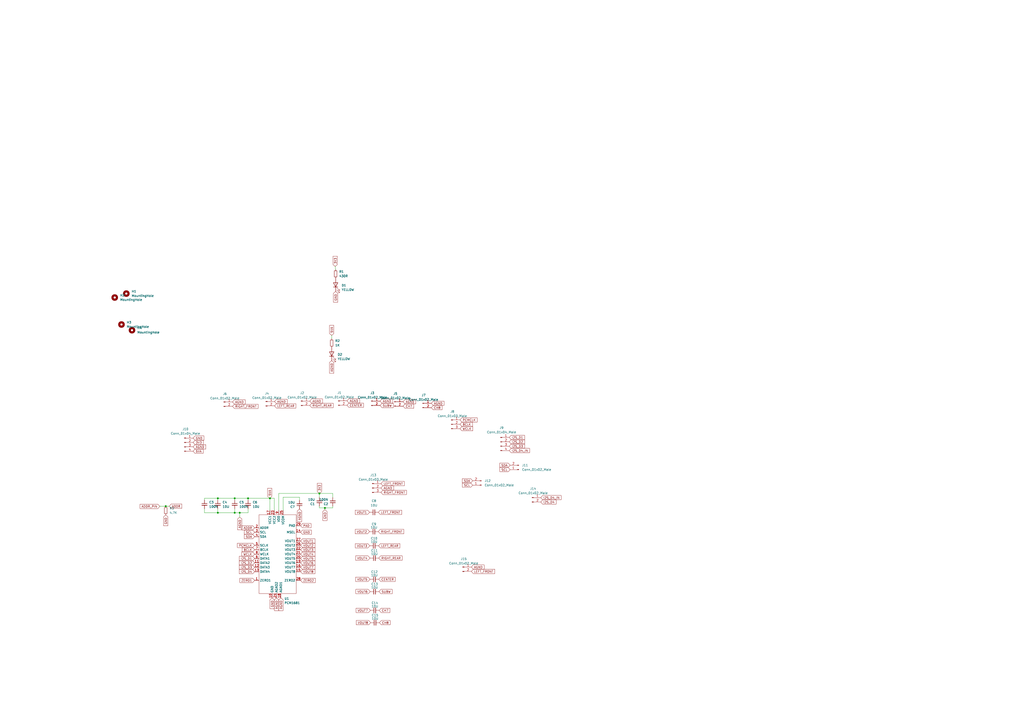
<source format=kicad_sch>
(kicad_sch (version 20230121) (generator eeschema)
  (paper "A2")
  (lib_symbols
    (symbol "Analog_DAC:PCM1681"
      (property "Reference" "U" (at -2.54 22.86 0))
      (property "Value" "PCM1681" (at -2.54 -11.43 0))
      (symbol "PCM1681_0_1"
        (polyline (pts (xy -12.7 36.83) (xy -12.7 44.45) (xy 8.89 44.45) (xy 8.89 -1.27) (xy -12.7 -1.27) (xy -12.7 36.83)))
      )
      (symbol "PCM1681_1_1"
        (pin output line (at -15.24 6.35 0) (length 2.54) (name "ZERO1") (number "1"))
        (pin input line (at -5.08 -3.81 90) (length 2.54) (name "GND") (number "10"))
        (pin input line (at -15.24 16.51 0) (length 2.54) (name "DATA2") (number "11"))
        (pin input line (at -15.24 13.97 0) (length 2.54) (name "DATA3") (number "12"))
        (pin input line (at -15.24 11.43 0) (length 2.54) (name "DATA4") (number "13"))
        (pin input line (at 11.43 34.29 180) (length 2.54) (name "MSEL") (number "14"))
        (pin output line (at 11.43 11.43 180) (length 2.54) (name "VOUT8") (number "15"))
        (pin output line (at 11.43 13.97 180) (length 2.54) (name "VOUT7") (number "16"))
        (pin output line (at -6.35 46.99 270) (length 2.54) (name "VCC1") (number "17"))
        (pin input line (at 0 -3.81 90) (length 2.54) (name "AGND1") (number "18"))
        (pin output line (at 11.43 16.51 180) (length 2.54) (name "VOUT6") (number "19"))
        (pin output line (at -15.24 36.83 0) (length 2.54) (name "ADDR") (number "2"))
        (pin output line (at 11.43 19.05 180) (length 2.54) (name "VOUT5") (number "20"))
        (pin output line (at 11.43 21.59 180) (length 2.54) (name "VOUT4") (number "21"))
        (pin output line (at 11.43 24.13 180) (length 2.54) (name "VOUT3") (number "22"))
        (pin output line (at -3.81 46.99 270) (length 2.54) (name "VCC2") (number "23"))
        (pin input line (at -2.54 -3.81 90) (length 2.54) (name "AGND2") (number "24"))
        (pin output line (at 1.27 46.99 270) (length 2.54) (name "VCOM") (number "25"))
        (pin output line (at 11.43 26.67 180) (length 2.54) (name "VOUT2") (number "26"))
        (pin output line (at 11.43 29.21 180) (length 2.54) (name "VOUT1") (number "27"))
        (pin output line (at 11.43 6.35 180) (length 2.54) (name "ZERO2") (number "28"))
        (pin input line (at 11.43 38.1 180) (length 2.54) (name "PAD") (number "29"))
        (pin input line (at -15.24 34.29 0) (length 2.54) (name "SCL") (number "3"))
        (pin input line (at -15.24 31.75 0) (length 2.54) (name "SDA") (number "4"))
        (pin input line (at -15.24 26.67 0) (length 2.54) (name "SCLK") (number "5"))
        (pin input line (at -15.24 19.05 0) (length 2.54) (name "DATA1") (number "6"))
        (pin input line (at -15.24 24.13 0) (length 2.54) (name "BCLK") (number "7"))
        (pin input line (at -15.24 21.59 0) (length 2.54) (name "WCLK") (number "8"))
        (pin input line (at -1.27 46.99 270) (length 2.54) (name "VDD") (number "9"))
      )
    )
    (symbol "Connector:Conn_01x02_Male" (pin_names (offset 1.016) hide)
      (property "Reference" "J" (at 0 2.54 0))
      (property "Value" "Conn_01x02_Male" (at 0 -5.08 0))
      (symbol "Conn_01x02_Male_1_1"
        (polyline (pts (xy 1.27 -2.54) (xy 0.8636 -2.54)) (stroke (width 0.1524)))
        (polyline (pts (xy 1.27 0) (xy 0.8636 0)) (stroke (width 0.1524)))
        (rectangle (start 0.8636 -2.413) (end 0 -2.667) (stroke (width 0.1524)) (fill (type outline)))
        (rectangle (start 0.8636 0.127) (end 0 -0.127) (stroke (width 0.1524)) (fill (type outline)))
        (pin passive line (at 5.08 0 180) (length 3.81) (name "Pin_1") (number "1"))
        (pin passive line (at 5.08 -2.54 180) (length 3.81) (name "Pin_2") (number "2"))
      )
    )
    (symbol "Connector:Conn_01x03_Male" (pin_names (offset 1.016) hide)
      (property "Reference" "J" (at 0 5.08 0))
      (property "Value" "Conn_01x03_Male" (at 0 -5.08 0))
      (symbol "Conn_01x03_Male_1_1"
        (polyline (pts (xy 1.27 -2.54) (xy 0.8636 -2.54)) (stroke (width 0.1524)))
        (polyline (pts (xy 1.27 0) (xy 0.8636 0)) (stroke (width 0.1524)))
        (polyline (pts (xy 1.27 2.54) (xy 0.8636 2.54)) (stroke (width 0.1524)))
        (rectangle (start 0.8636 -2.413) (end 0 -2.667) (stroke (width 0.1524)) (fill (type outline)))
        (rectangle (start 0.8636 0.127) (end 0 -0.127) (stroke (width 0.1524)) (fill (type outline)))
        (rectangle (start 0.8636 2.667) (end 0 2.413) (stroke (width 0.1524)) (fill (type outline)))
        (pin passive line (at 5.08 2.54 180) (length 3.81) (name "Pin_1") (number "1"))
        (pin passive line (at 5.08 0 180) (length 3.81) (name "Pin_2") (number "2"))
        (pin passive line (at 5.08 -2.54 180) (length 3.81) (name "Pin_3") (number "3"))
      )
    )
    (symbol "Connector:Conn_01x04_Male" (pin_names (offset 1.016) hide)
      (property "Reference" "J" (at 0 5.08 0))
      (property "Value" "Conn_01x04_Male" (at 0 -7.62 0))
      (symbol "Conn_01x04_Male_1_1"
        (polyline (pts (xy 1.27 -5.08) (xy 0.8636 -5.08)) (stroke (width 0.1524)))
        (polyline (pts (xy 1.27 -2.54) (xy 0.8636 -2.54)) (stroke (width 0.1524)))
        (polyline (pts (xy 1.27 0) (xy 0.8636 0)) (stroke (width 0.1524)))
        (polyline (pts (xy 1.27 2.54) (xy 0.8636 2.54)) (stroke (width 0.1524)))
        (rectangle (start 0.8636 -4.953) (end 0 -5.207) (stroke (width 0.1524)) (fill (type outline)))
        (rectangle (start 0.8636 -2.413) (end 0 -2.667) (stroke (width 0.1524)) (fill (type outline)))
        (rectangle (start 0.8636 0.127) (end 0 -0.127) (stroke (width 0.1524)) (fill (type outline)))
        (rectangle (start 0.8636 2.667) (end 0 2.413) (stroke (width 0.1524)) (fill (type outline)))
        (pin passive line (at 5.08 2.54 180) (length 3.81) (name "Pin_1") (number "1"))
        (pin passive line (at 5.08 0 180) (length 3.81) (name "Pin_2") (number "2"))
        (pin passive line (at 5.08 -2.54 180) (length 3.81) (name "Pin_3") (number "3"))
        (pin passive line (at 5.08 -5.08 180) (length 3.81) (name "Pin_4") (number "4"))
      )
    )
    (symbol "Device:C_Small" (pin_numbers hide) (pin_names (offset 0.254) hide)
      (property "Reference" "C" (at 0.254 1.778 0))
      (property "Value" "C_Small" (at 0.254 -2.032 0))
      (symbol "C_Small_0_1"
        (polyline (pts (xy -1.524 -0.508) (xy 1.524 -0.508)) (stroke (width 0.3302)))
        (polyline (pts (xy -1.524 0.508) (xy 1.524 0.508)) (stroke (width 0.3048)))
      )
      (symbol "C_Small_1_1"
        (pin passive line (at 0 2.54 270) (length 2.032) (name "~") (number "1"))
        (pin passive line (at 0 -2.54 90) (length 2.032) (name "~") (number "2"))
      )
    )
    (symbol "Device:LED" (pin_numbers hide) (pin_names (offset 1.016) hide)
      (property "Reference" "D" (at 0 2.54 0))
      (property "Value" "LED" (at 0 -2.54 0))
      (symbol "LED_0_1"
        (polyline (pts (xy -1.27 -1.27) (xy -1.27 1.27)) (stroke (width 0.254)))
        (polyline (pts (xy -1.27 0) (xy 1.27 0)))
        (polyline (pts (xy 1.27 -1.27) (xy 1.27 1.27) (xy -1.27 0) (xy 1.27 -1.27)) (stroke (width 0.254)))
        (polyline (pts (xy -3.048 -0.762) (xy -4.572 -2.286) (xy -3.81 -2.286) (xy -4.572 -2.286) (xy -4.572 -1.524)))
        (polyline (pts (xy -1.778 -0.762) (xy -3.302 -2.286) (xy -2.54 -2.286) (xy -3.302 -2.286) (xy -3.302 -1.524)))
      )
      (symbol "LED_1_1"
        (pin passive line (at -3.81 0 0) (length 2.54) (name "K") (number "1"))
        (pin passive line (at 3.81 0 180) (length 2.54) (name "A") (number "2"))
      )
    )
    (symbol "Device:R_Small" (pin_numbers hide) (pin_names (offset 0.254) hide)
      (property "Reference" "R" (at 0.762 0.508 0))
      (property "Value" "R_Small" (at 0.762 -1.016 0))
      (symbol "R_Small_0_1"
        (rectangle (start -0.762 1.778) (end 0.762 -1.778) (stroke (width 0.2032)))
      )
      (symbol "R_Small_1_1"
        (pin passive line (at 0 2.54 270) (length 0.762) (name "~") (number "1"))
        (pin passive line (at 0 -2.54 90) (length 0.762) (name "~") (number "2"))
      )
    )
    (symbol "Mechanical:MountingHole" (pin_names (offset 1.016))
      (property "Reference" "H" (at 0 5.08 0))
      (property "Value" "MountingHole" (at 0 3.175 0))
      (symbol "MountingHole_0_1"
        (circle (center 0 0) (radius 1.27) (stroke (width 1.27)))
      )
    )
  )
  (junction (at 143.891 289.052))
  (junction (at 156.591 289.052))
  (junction (at 126.365 289.052))
  (junction (at 139.065 297.434))
  (junction (at 136.144 297.434))
  (junction (at 96.139 293.624))
  (junction (at 126.365 297.434))
  (junction (at 188.468 294.64))
  (junction (at 136.144 289.052))
  (junction (at 185.293 286.258))
  (wire (pts (xy 193.04 286.258) (xy 185.293 286.258)))
  (wire (pts (xy 185.293 288.544) (xy 185.293 286.258)))
  (wire (pts (xy 136.144 290.068) (xy 136.144 289.052)))
  (wire (pts (xy 92.71 293.624) (xy 92.71 293.751)))
  (wire (pts (xy 96.139 293.624) (xy 98.171 293.624)))
  (wire (pts (xy 136.144 289.052) (xy 143.891 289.052)))
  (wire (pts (xy 126.365 297.434) (xy 136.144 297.434)))
  (wire (pts (xy 173.736 288.417) (xy 173.736 290.195)))
  (wire (pts (xy 126.365 295.148) (xy 126.365 297.434)))
  (wire (pts (xy 159.131 296.037) (xy 159.131 289.052)))
  (wire (pts (xy 143.891 297.434) (xy 139.065 297.434)))
  (wire (pts (xy 96.139 293.624) (xy 92.71 293.624)))
  (wire (pts (xy 156.591 296.037) (xy 156.591 289.052)))
  (wire (pts (xy 185.293 294.64) (xy 185.293 293.624)))
  (wire (pts (xy 143.891 295.148) (xy 143.891 297.434)))
  (wire (pts (xy 139.065 297.434) (xy 136.144 297.434)))
  (wire (pts (xy 164.211 288.417) (xy 173.736 288.417)))
  (wire (pts (xy 126.365 289.052) (xy 136.144 289.052)))
  (wire (pts (xy 139.065 297.434) (xy 139.065 299.974)))
  (wire (pts (xy 193.04 294.64) (xy 188.468 294.64)))
  (wire (pts (xy 118.618 290.068) (xy 118.618 289.052)))
  (wire (pts (xy 118.618 289.052) (xy 126.365 289.052)))
  (wire (pts (xy 194.437 154.559) (xy 194.691 156.337)))
  (wire (pts (xy 118.618 297.434) (xy 126.365 297.434)))
  (wire (pts (xy 193.04 293.624) (xy 193.04 294.64)))
  (wire (pts (xy 161.671 296.037) (xy 161.671 286.258)))
  (wire (pts (xy 136.144 297.434) (xy 136.144 295.148)))
  (wire (pts (xy 193.04 286.258) (xy 193.04 288.544)))
  (wire (pts (xy 188.468 294.64) (xy 185.293 294.64)))
  (wire (pts (xy 126.365 289.052) (xy 126.365 290.068)))
  (wire (pts (xy 143.891 289.052) (xy 143.891 290.068)))
  (wire (pts (xy 159.131 289.052) (xy 156.591 289.052)))
  (wire (pts (xy 164.211 296.037) (xy 164.211 288.417)))
  (wire (pts (xy 161.671 286.258) (xy 185.293 286.258)))
  (wire (pts (xy 118.618 297.434) (xy 118.618 295.148)))
  (wire (pts (xy 192.405 194.564) (xy 192.405 196.469)))
  (wire (pts (xy 143.891 289.052) (xy 156.591 289.052)))
  (wire (pts (xy 188.468 294.64) (xy 188.468 295.656)))
  (global_label "VOUT8" (shape input) (at 174.371 331.597 0) (property "Intersheetrefs" "${INTERSHEET_REFS}" (effects hide)))
  (global_label "SCL" (shape input) (at 147.701 308.737 180) (property "Intersheetrefs" "${INTERSHEET_REFS}" (effects hide)))
  (global_label "I2S_D3" (shape input) (at 147.701 329.057 180) (property "Intersheetrefs" "${INTERSHEET_REFS}" (effects hide)))
  (global_label "I2S_D2" (shape input) (at 295.402 256.286 0) (property "Intersheetrefs" "${INTERSHEET_REFS}" (effects hide)))
  (global_label "VOUT4" (shape input) (at 214.63 323.723 180) (property "Intersheetrefs" "${INTERSHEET_REFS}" (effects hide)))
  (global_label "LEFT_REAR" (shape input) (at 159.258 235.458 0) (property "Intersheetrefs" "${INTERSHEET_REFS}" (effects hide)))
  (global_label "VOUT2" (shape input) (at 174.371 316.357 0) (property "Intersheetrefs" "${INTERSHEET_REFS}" (effects hide)))
  (global_label "RIGHT_REAR" (shape input) (at 219.71 323.723 0) (property "Intersheetrefs" "${INTERSHEET_REFS}" (effects hide)))
  (global_label "AGND" (shape input) (at 220.472 232.664 0) (property "Intersheetrefs" "${INTERSHEET_REFS}" (effects hide)))
  (global_label "VOUT6" (shape input) (at 174.371 326.517 0) (property "Intersheetrefs" "${INTERSHEET_REFS}" (effects hide)))
  (global_label "LEFT_FRONT" (shape input) (at 220.98 280.543 0) (property "Intersheetrefs" "${INTERSHEET_REFS}" (effects hide)))
  (global_label "SDA" (shape input) (at 274.193 278.892 180) (property "Intersheetrefs" "${INTERSHEET_REFS}" (effects hide)))
  (global_label "AGND" (shape input) (at 233.807 233.045 0) (property "Intersheetrefs" "${INTERSHEET_REFS}" (effects hide)))
  (global_label "RIGHT_FRONT" (shape input) (at 220.98 285.623 0) (property "Intersheetrefs" "${INTERSHEET_REFS}" (effects hide)))
  (global_label "BCLK" (shape input) (at 266.827 246.126 0) (property "Intersheetrefs" "${INTERSHEET_REFS}" (effects hide)))
  (global_label "I2S_D4_IN" (shape input) (at 313.69 288.671 0) (property "Intersheetrefs" "${INTERSHEET_REFS}" (effects hide)))
  (global_label "LEFT_REAR" (shape input) (at 219.583 316.611 0) (property "Intersheetrefs" "${INTERSHEET_REFS}" (effects hide)))
  (global_label "I2S_D4" (shape input) (at 313.69 291.211 0) (property "Intersheetrefs" "${INTERSHEET_REFS}" (effects hide)))
  (global_label "CENTER" (shape input) (at 201.295 235.077 0) (property "Intersheetrefs" "${INTERSHEET_REFS}" (effects hide)))
  (global_label "I2S_D4" (shape input) (at 147.701 331.597 180) (property "Intersheetrefs" "${INTERSHEET_REFS}" (effects hide)))
  (global_label "GND" (shape input) (at 96.139 298.704 270) (property "Intersheetrefs" "${INTERSHEET_REFS}" (effects hide)))
  (global_label "AGND" (shape input) (at 160.401 346.837 270) (property "Intersheetrefs" "${INTERSHEET_REFS}" (effects hide)))
  (global_label "AGND" (shape input) (at 201.295 232.537 0) (property "Intersheetrefs" "${INTERSHEET_REFS}" (effects hide)))
  (global_label "WCLK" (shape input) (at 266.827 248.666 0) (property "Intersheetrefs" "${INTERSHEET_REFS}" (effects hide)))
  (global_label "PCMCLK" (shape input) (at 266.827 243.586 0) (property "Intersheetrefs" "${INTERSHEET_REFS}" (effects hide)))
  (global_label "AGND" (shape input) (at 139.065 299.974 270) (property "Intersheetrefs" "${INTERSHEET_REFS}" (effects hide)))
  (global_label "5VA" (shape input) (at 156.464 289.052 90) (property "Intersheetrefs" "${INTERSHEET_REFS}" (effects hide)))
  (global_label "SDA" (shape input) (at 295.91 269.875 180) (property "Intersheetrefs" "${INTERSHEET_REFS}" (effects hide)))
  (global_label "VOUT3" (shape input) (at 174.371 318.897 0) (property "Intersheetrefs" "${INTERSHEET_REFS}" (effects hide)))
  (global_label "GND" (shape input) (at 157.861 346.837 270) (property "Intersheetrefs" "${INTERSHEET_REFS}" (effects hide)))
  (global_label "5VA" (shape input) (at 112.014 261.747 0) (property "Intersheetrefs" "${INTERSHEET_REFS}" (effects hide)))
  (global_label "AGND" (shape input) (at 134.874 233.172 0) (property "Intersheetrefs" "${INTERSHEET_REFS}" (effects hide)))
  (global_label "I2S_D1" (shape input) (at 147.701 323.977 180) (property "Intersheetrefs" "${INTERSHEET_REFS}" (effects hide)))
  (global_label "CH7" (shape input) (at 233.807 235.585 0) (property "Intersheetrefs" "${INTERSHEET_REFS}" (effects hide)))
  (global_label "LEFT_FRONT" (shape input) (at 273.431 331.47 0) (property "Intersheetrefs" "${INTERSHEET_REFS}" (effects hide)))
  (global_label "SUBW" (shape input) (at 220.472 235.204 0) (property "Intersheetrefs" "${INTERSHEET_REFS}" (effects hide)))
  (global_label "AGND" (shape input) (at 273.431 328.93 0) (property "Intersheetrefs" "${INTERSHEET_REFS}" (effects hide)))
  (global_label "AGND" (shape input) (at 250.19 233.934 0) (property "Intersheetrefs" "${INTERSHEET_REFS}" (effects hide)))
  (global_label "AGND" (shape input) (at 159.258 232.918 0) (property "Intersheetrefs" "${INTERSHEET_REFS}" (effects hide)))
  (global_label "ZERO2" (shape input) (at 174.371 336.677 0) (property "Intersheetrefs" "${INTERSHEET_REFS}" (effects hide)))
  (global_label "LEFT_FRONT" (shape input) (at 219.456 297.18 0) (property "Intersheetrefs" "${INTERSHEET_REFS}" (effects hide)))
  (global_label "VOUT5" (shape input) (at 174.371 323.977 0) (property "Intersheetrefs" "${INTERSHEET_REFS}" (effects hide)))
  (global_label "3V3" (shape input) (at 112.014 256.667 0) (property "Intersheetrefs" "${INTERSHEET_REFS}" (effects hide)))
  (global_label "AGND" (shape input) (at 179.705 232.664 0) (property "Intersheetrefs" "${INTERSHEET_REFS}" (effects hide)))
  (global_label "ADDR" (shape input) (at 98.171 293.624 0) (property "Intersheetrefs" "${INTERSHEET_REFS}" (effects hide)))
  (global_label "AGND" (shape input) (at 173.736 295.275 270) (property "Intersheetrefs" "${INTERSHEET_REFS}" (effects hide)))
  (global_label "RIGHT_FRONT" (shape input) (at 219.456 308.356 0) (property "Intersheetrefs" "${INTERSHEET_REFS}" (effects hide)))
  (global_label "VOUT2" (shape input) (at 214.376 308.356 180) (property "Intersheetrefs" "${INTERSHEET_REFS}" (effects hide)))
  (global_label "3V3" (shape input) (at 185.293 286.258 90) (property "Intersheetrefs" "${INTERSHEET_REFS}" (effects hide)))
  (global_label "VOUT8" (shape input) (at 215.011 361.188 180) (property "Intersheetrefs" "${INTERSHEET_REFS}" (effects hide)))
  (global_label "I2S_D1" (shape input) (at 295.402 253.746 0) (property "Intersheetrefs" "${INTERSHEET_REFS}" (effects hide)))
  (global_label "WCLK" (shape input) (at 147.701 321.437 180) (property "Intersheetrefs" "${INTERSHEET_REFS}" (effects hide)))
  (global_label "GND" (shape input) (at 188.468 295.656 270) (property "Intersheetrefs" "${INTERSHEET_REFS}" (effects hide)))
  (global_label "AGND" (shape input) (at 192.405 209.169 270) (property "Intersheetrefs" "${INTERSHEET_REFS}" (effects hide)))
  (global_label "5VA" (shape input) (at 192.405 194.564 90) (property "Intersheetrefs" "${INTERSHEET_REFS}" (effects hide)))
  (global_label "CENTER" (shape input) (at 219.71 336.042 0) (property "Intersheetrefs" "${INTERSHEET_REFS}" (effects hide)))
  (global_label "I2S_D4_IN" (shape input) (at 295.402 261.366 0) (property "Intersheetrefs" "${INTERSHEET_REFS}" (effects hide)))
  (global_label "VOUT7" (shape input) (at 174.371 329.057 0) (property "Intersheetrefs" "${INTERSHEET_REFS}" (effects hide)))
  (global_label "GND" (shape input) (at 174.371 308.737 0) (property "Intersheetrefs" "${INTERSHEET_REFS}" (effects hide)))
  (global_label "PAD" (shape input) (at 174.371 304.927 0) (property "Intersheetrefs" "${INTERSHEET_REFS}" (effects hide)))
  (global_label "ZERO1" (shape input) (at 147.701 336.677 180) (property "Intersheetrefs" "${INTERSHEET_REFS}" (effects hide)))
  (global_label "ADDR_PIN" (shape input) (at 92.71 293.751 180) (property "Intersheetrefs" "${INTERSHEET_REFS}" (effects hide)))
  (global_label "I2S_D3" (shape input) (at 295.402 258.826 0) (property "Intersheetrefs" "${INTERSHEET_REFS}" (effects hide)))
  (global_label "PCMCLK" (shape input) (at 147.701 316.357 180) (property "Intersheetrefs" "${INTERSHEET_REFS}" (effects hide)))
  (global_label "GND" (shape input) (at 112.014 254.127 0) (property "Intersheetrefs" "${INTERSHEET_REFS}" (effects hide)))
  (global_label "RIGHT_FRONT" (shape input) (at 134.874 235.712 0) (property "Intersheetrefs" "${INTERSHEET_REFS}" (effects hide)))
  (global_label "I2S_D2" (shape input) (at 147.701 326.517 180) (property "Intersheetrefs" "${INTERSHEET_REFS}" (effects hide)))
  (global_label "VOUT6" (shape input) (at 214.757 343.154 180) (property "Intersheetrefs" "${INTERSHEET_REFS}" (effects hide)))
  (global_label "VOUT4" (shape input) (at 174.371 321.437 0) (property "Intersheetrefs" "${INTERSHEET_REFS}" (effects hide)))
  (global_label "AGND" (shape input) (at 112.014 259.207 0) (property "Intersheetrefs" "${INTERSHEET_REFS}" (effects hide)))
  (global_label "AGND" (shape input) (at 162.941 346.837 270) (property "Intersheetrefs" "${INTERSHEET_REFS}" (effects hide)))
  (global_label "VOUT7" (shape input) (at 214.884 354.076 180) (property "Intersheetrefs" "${INTERSHEET_REFS}" (effects hide)))
  (global_label "3V3" (shape input) (at 194.437 154.559 90) (property "Intersheetrefs" "${INTERSHEET_REFS}" (effects hide)))
  (global_label "ADDR" (shape input) (at 147.701 306.197 180) (property "Intersheetrefs" "${INTERSHEET_REFS}" (effects hide)))
  (global_label "RIGHT_REAR" (shape input) (at 179.705 235.204 0) (property "Intersheetrefs" "${INTERSHEET_REFS}" (effects hide)))
  (global_label "SCL" (shape input) (at 295.91 272.415 180) (property "Intersheetrefs" "${INTERSHEET_REFS}" (effects hide)))
  (global_label "BCLK" (shape input) (at 147.701 318.897 180) (property "Intersheetrefs" "${INTERSHEET_REFS}" (effects hide)))
  (global_label "VOUT5" (shape input) (at 214.63 336.042 180) (property "Intersheetrefs" "${INTERSHEET_REFS}" (effects hide)))
  (global_label "VOUT1" (shape input) (at 174.371 313.817 0) (property "Intersheetrefs" "${INTERSHEET_REFS}" (effects hide)))
  (global_label "SDA" (shape input) (at 147.701 311.277 180) (property "Intersheetrefs" "${INTERSHEET_REFS}" (effects hide)))
  (global_label "VOUT3" (shape input) (at 214.503 316.611 180) (property "Intersheetrefs" "${INTERSHEET_REFS}" (effects hide)))
  (global_label "CH8" (shape input) (at 220.091 361.188 0) (property "Intersheetrefs" "${INTERSHEET_REFS}" (effects hide)))
  (global_label "GND" (shape input) (at 194.691 169.037 270) (property "Intersheetrefs" "${INTERSHEET_REFS}" (effects hide)))
  (global_label "CH7" (shape input) (at 219.964 354.076 0) (property "Intersheetrefs" "${INTERSHEET_REFS}" (effects hide)))
  (global_label "SCL" (shape input) (at 274.193 281.432 180) (property "Intersheetrefs" "${INTERSHEET_REFS}" (effects hide)))
  (global_label "SUBW" (shape input) (at 219.837 343.154 0) (property "Intersheetrefs" "${INTERSHEET_REFS}" (effects hide)))
  (global_label "AGND" (shape input) (at 220.98 283.083 0) (property "Intersheetrefs" "${INTERSHEET_REFS}" (effects hide)))
  (global_label "VOUT1" (shape input) (at 214.376 297.18 180) (property "Intersheetrefs" "${INTERSHEET_REFS}" (effects hide)))
  (global_label "CH8" (shape input) (at 250.19 236.474 0) (property "Intersheetrefs" "${INTERSHEET_REFS}" (effects hide)))
  (symbol (lib_id "Device:C_Small") (at 217.551 361.188 90) (unit 1)
    (property "Reference" "C15" (at 217.551 356.87 90))
    (property "Value" "10U" (at 217.551 358.775 90))
    (property "Footprint" "Capacitor_THT:CP_Radial_D5.0mm_P2.00mm" (effects hide))
  )
  (symbol (lib_id "Device:C_Small") (at 193.04 291.084 180) (unit 1)
    (property "Reference" "C2" (at 190.373 292.3478 0) (effects (justify left)))
    (property "Value" "100N" (at 190.373 289.8078 0) (effects (justify left)))
    (property "Footprint" "Capacitor_SMD:C_0805_2012Metric_Pad1.18x1.45mm_HandSolder" (effects hide))
  )
  (symbol (lib_id "Connector:Conn_01x02_Male") (at 174.625 232.664 0) (unit 1)
    (property "Reference" "J2" (at 175.26 227.965 0))
    (property "Value" "Conn_01x02_Male" (at 175.26 230.505 0))
    (property "Footprint" "Connector_JST:JST_PH_B2B-PH-K_1x02_P2.00mm_Vertical" (effects hide))
  )
  (symbol (lib_id "Device:C_Small") (at 136.144 292.608 0) (unit 1)
    (property "Reference" "C5" (at 138.811 291.3442 0) (effects (justify left)))
    (property "Value" "100N" (at 138.811 293.8842 0) (effects (justify left)))
    (property "Footprint" "Capacitor_SMD:C_0805_2012Metric_Pad1.18x1.45mm_HandSolder" (effects hide))
  )
  (symbol (lib_id "Connector:Conn_01x02_Male") (at 215.392 232.664 0) (unit 1)
    (property "Reference" "J3" (at 216.027 227.965 0))
    (property "Value" "Conn_01x02_Male" (at 216.027 230.505 0))
    (property "Footprint" "Connector_JST:JST_PH_B2B-PH-K_1x02_P2.00mm_Vertical" (effects hide))
  )
  (symbol (lib_id "Connector:Conn_01x02_Male") (at 268.351 328.93 0) (unit 1)
    (property "Reference" "J15" (at 268.986 324.231 0))
    (property "Value" "Conn_01x02_Male" (at 268.986 326.771 0))
    (property "Footprint" "Connector_JST:JST_PH_B2B-PH-K_1x02_P2.00mm_Vertical" (effects hide))
  )
  (symbol (lib_id "Connector:Conn_01x03_Male") (at 261.747 246.126 0) (unit 1)
    (property "Reference" "J8" (at 262.382 238.76 0))
    (property "Value" "Conn_01x03_Male" (at 262.382 241.3 0))
    (property "Footprint" "Connector_JST:JST_PH_B3B-PH-K_1x03_P2.00mm_Vertical" (effects hide))
  )
  (symbol (lib_id "Device:C_Small") (at 216.916 308.356 90) (unit 1)
    (property "Reference" "C9" (at 216.916 304.038 90))
    (property "Value" "10U" (at 216.916 305.943 90))
    (property "Footprint" "Capacitor_THT:CP_Radial_D5.0mm_P2.00mm" (effects hide))
  )
  (symbol (lib_id "Device:R_Small") (at 194.691 158.877 0) (unit 1)
    (property "Reference" "R1" (at 196.723 157.6069 0) (effects (justify left)))
    (property "Value" "430R" (at 196.723 160.1469 0) (effects (justify left)))
    (property "Footprint" "Resistor_SMD:R_0603_1608Metric_Pad0.98x0.95mm_HandSolder" (effects hide))
  )
  (symbol (lib_id "Device:C_Small") (at 173.736 292.735 180) (unit 1)
    (property "Reference" "C7" (at 171.069 293.9988 0) (effects (justify left)))
    (property "Value" "10U" (at 171.069 291.4588 0) (effects (justify left)))
    (property "Footprint" "Capacitor_SMD:C_1206_3216Metric_Pad1.33x1.80mm_HandSolder" (effects hide))
  )
  (symbol (lib_id "Mechanical:MountingHole") (at 73.279 170.307 0) (unit 1)
    (property "Reference" "H1" (at 76.327 169.0369 0) (effects (justify left)))
    (property "Value" "MountingHole" (at 76.327 171.5769 0) (effects (justify left)))
    (property "Footprint" "MountingHole:MountingHole_3.2mm_M3" (effects hide))
  )
  (symbol (lib_id "Device:C_Small") (at 216.916 297.18 90) (unit 1)
    (property "Reference" "C8" (at 216.9223 290.576 90))
    (property "Value" "10U" (at 216.9223 293.116 90))
    (property "Footprint" "Capacitor_THT:CP_Radial_D5.0mm_P2.00mm" (effects hide))
  )
  (symbol (lib_id "Connector:Conn_01x02_Male") (at 196.215 232.537 0) (unit 1)
    (property "Reference" "J1" (at 196.85 227.838 0))
    (property "Value" "Conn_01x02_Male" (at 196.85 230.378 0))
    (property "Footprint" "Connector_JST:JST_PH_B2B-PH-K_1x02_P2.00mm_Vertical" (effects hide))
  )
  (symbol (lib_id "Device:C_Small") (at 217.17 336.042 90) (unit 1)
    (property "Reference" "C12" (at 217.17 331.724 90))
    (property "Value" "10U" (at 217.17 333.629 90))
    (property "Footprint" "Capacitor_THT:CP_Radial_D5.0mm_P2.00mm" (effects hide))
  )
  (symbol (lib_id "Device:R_Small") (at 192.405 199.009 0) (unit 1)
    (property "Reference" "R2" (at 194.437 197.7389 0) (effects (justify left)))
    (property "Value" "1K" (at 194.437 200.2789 0) (effects (justify left)))
    (property "Footprint" "Resistor_SMD:R_0603_1608Metric_Pad0.98x0.95mm_HandSolder" (effects hide))
  )
  (symbol (lib_id "Device:LED") (at 192.405 205.359 90) (unit 1)
    (property "Reference" "D2" (at 195.834 205.6764 90) (effects (justify right)))
    (property "Value" "YELLOW" (at 195.834 208.2164 90) (effects (justify right)))
    (property "Footprint" "LED_SMD:LED_0805_2012Metric_Pad1.15x1.40mm_HandSolder" (effects hide))
  )
  (symbol (lib_id "Connector:Conn_01x02_Male") (at 279.273 281.432 180) (unit 1)
    (property "Reference" "J12" (at 281.051 278.8919 0) (effects (justify right)))
    (property "Value" "Conn_01x02_Male" (at 281.051 281.4319 0) (effects (justify right)))
    (property "Footprint" "Connector_JST:JST_PH_B2B-PH-K_1x02_P2.00mm_Vertical" (effects hide))
  )
  (symbol (lib_id "Connector:Conn_01x02_Male") (at 129.794 233.172 0) (unit 1)
    (property "Reference" "J6" (at 130.429 228.473 0))
    (property "Value" "Conn_01x02_Male" (at 130.429 231.013 0))
    (property "Footprint" "Connector_JST:JST_PH_B2B-PH-K_1x02_P2.00mm_Vertical" (effects hide))
  )
  (symbol (lib_id "Device:C_Small") (at 217.297 343.154 90) (unit 1)
    (property "Reference" "C13" (at 217.297 338.836 90))
    (property "Value" "10U" (at 217.297 340.741 90))
    (property "Footprint" "Capacitor_THT:CP_Radial_D5.0mm_P2.00mm" (effects hide))
  )
  (symbol (lib_id "Device:C_Small") (at 185.293 291.084 180) (unit 1)
    (property "Reference" "C1" (at 182.626 292.3478 0) (effects (justify left)))
    (property "Value" "10U" (at 182.626 289.8078 0) (effects (justify left)))
    (property "Footprint" "Capacitor_SMD:C_1206_3216Metric_Pad1.33x1.80mm_HandSolder" (effects hide))
  )
  (symbol (lib_id "Connector:Conn_01x03_Male") (at 215.9 283.083 0) (unit 1)
    (property "Reference" "J13" (at 216.535 275.59 0))
    (property "Value" "Conn_01x03_Male" (at 216.535 278.13 0))
    (property "Footprint" "Connector_PinHeader_2.54mm:PinHeader_1x03_P2.54mm_Vertical" (effects hide))
  )
  (symbol (lib_id "Connector:Conn_01x04_Male") (at 290.322 256.286 0) (unit 1)
    (property "Reference" "J9" (at 290.957 248.158 0))
    (property "Value" "Conn_01x04_Male" (at 290.957 250.698 0))
    (property "Footprint" "Connector_JST:JST_PH_B4B-PH-K_1x04_P2.00mm_Vertical" (effects hide))
  )
  (symbol (lib_id "Device:C_Small") (at 217.17 323.723 90) (unit 1)
    (property "Reference" "C11" (at 217.17 319.405 90))
    (property "Value" "10U" (at 217.17 321.31 90))
    (property "Footprint" "Capacitor_THT:CP_Radial_D5.0mm_P2.00mm" (effects hide))
  )
  (symbol (lib_id "Device:C_Small") (at 217.424 354.076 90) (unit 1)
    (property "Reference" "C14" (at 217.424 349.758 90))
    (property "Value" "10U" (at 217.424 351.663 90))
    (property "Footprint" "Capacitor_THT:CP_Radial_D5.0mm_P2.00mm" (effects hide))
  )
  (symbol (lib_id "Device:LED") (at 194.691 165.227 90) (unit 1)
    (property "Reference" "D1" (at 198.12 165.5444 90) (effects (justify right)))
    (property "Value" "YELLOW" (at 198.12 168.0844 90) (effects (justify right)))
    (property "Footprint" "LED_SMD:LED_0805_2012Metric_Pad1.15x1.40mm_HandSolder" (effects hide))
  )
  (symbol (lib_id "Analog_DAC:PCM1681") (at 162.941 343.027 0) (unit 1)
    (property "Reference" "U1" (at 164.9604 347.218 0) (effects (justify left)))
    (property "Value" "PCM1681" (at 164.9604 349.758 0) (effects (justify left)))
    (property "Footprint" "Package_SO:HTSSOP-28-1EP_4.4x9.7mm_P0.65mm_EP3.4x9.5mm_Mask2.4x6.17mm_ThermalVias" (effects hide))
  )
  (symbol (lib_id "Connector:Conn_01x02_Male") (at 300.99 272.415 180) (unit 1)
    (property "Reference" "J11" (at 302.768 269.8749 0) (effects (justify right)))
    (property "Value" "Conn_01x02_Male" (at 302.768 272.4149 0) (effects (justify right)))
    (property "Footprint" "Connector_JST:JST_PH_B2B-PH-K_1x02_P2.00mm_Vertical" (effects hide))
  )
  (symbol (lib_id "Device:R_Small") (at 96.139 296.164 180) (unit 1)
    (property "Reference" "R3" (at 98.298 294.8939 0) (effects (justify right)))
    (property "Value" "4.7K" (at 98.298 297.4339 0) (effects (justify right)))
    (property "Footprint" "Resistor_SMD:R_0603_1608Metric_Pad0.98x0.95mm_HandSolder" (effects hide))
  )
  (symbol (lib_id "Connector:Conn_01x02_Male") (at 228.727 233.045 0) (unit 1)
    (property "Reference" "J5" (at 229.362 228.346 0))
    (property "Value" "Conn_01x02_Male" (at 229.362 230.886 0))
    (property "Footprint" "Connector_JST:JST_PH_B2B-PH-K_1x02_P2.00mm_Vertical" (effects hide))
  )
  (symbol (lib_id "Connector:Conn_01x02_Male") (at 308.61 288.671 0) (unit 1)
    (property "Reference" "J14" (at 309.245 283.464 0))
    (property "Value" "Conn_01x02_Male" (at 309.245 286.004 0))
    (property "Footprint" "Connector_PinHeader_2.54mm:PinHeader_1x02_P2.54mm_Vertical" (effects hide))
  )
  (symbol (lib_id "Device:C_Small") (at 126.365 292.608 0) (unit 1)
    (property "Reference" "C4" (at 129.032 291.3442 0) (effects (justify left)))
    (property "Value" "10U" (at 129.032 293.8842 0) (effects (justify left)))
    (property "Footprint" "Capacitor_SMD:C_1206_3216Metric_Pad1.33x1.80mm_HandSolder" (effects hide))
  )
  (symbol (lib_id "Mechanical:MountingHole") (at 70.4694 188.2433 0) (unit 1)
    (property "Reference" "H3" (at 73.5174 186.9732 0) (effects (justify left)))
    (property "Value" "MountingHole" (at 73.5174 189.5132 0) (effects (justify left)))
    (property "Footprint" "MountingHole:MountingHole_3.2mm_M3" (effects hide))
  )
  (symbol (lib_id "Connector:Conn_01x02_Male") (at 245.11 233.934 0) (unit 1)
    (property "Reference" "J7" (at 245.745 229.235 0))
    (property "Value" "Conn_01x02_Male" (at 245.745 231.775 0))
    (property "Footprint" "Connector_JST:JST_PH_B2B-PH-K_1x02_P2.00mm_Vertical" (effects hide))
  )
  (symbol (lib_id "Connector:Conn_01x04_Male") (at 106.934 256.667 0) (unit 1)
    (property "Reference" "J10" (at 107.569 248.92 0))
    (property "Value" "Conn_01x04_Male" (at 107.569 251.46 0))
    (property "Footprint" "Connector_JST:JST_PH_B4B-PH-K_1x04_P2.00mm_Vertical" (effects hide))
  )
  (symbol (lib_id "Connector:Conn_01x02_Male") (at 154.178 232.918 0) (unit 1)
    (property "Reference" "J4" (at 154.813 228.219 0))
    (property "Value" "Conn_01x02_Male" (at 154.813 230.759 0))
    (property "Footprint" "Connector_JST:JST_PH_B2B-PH-K_1x02_P2.00mm_Vertical" (effects hide))
  )
  (symbol (lib_id "Device:C_Small") (at 143.891 292.608 0) (unit 1)
    (property "Reference" "C6" (at 146.558 291.3442 0) (effects (justify left)))
    (property "Value" "10U" (at 146.558 293.8842 0) (effects (justify left)))
    (property "Footprint" "Capacitor_SMD:C_1206_3216Metric_Pad1.33x1.80mm_HandSolder" (effects hide))
  )
  (symbol (lib_id "Mechanical:MountingHole") (at 76.5654 191.5453 0) (unit 1)
    (property "Reference" "H4" (at 79.6134 190.2752 0) (effects (justify left)))
    (property "Value" "MountingHole" (at 79.6134 192.8152 0) (effects (justify left)))
    (property "Footprint" "MountingHole:MountingHole_3.2mm_M3" (effects hide))
  )
  (symbol (lib_id "Device:C_Small") (at 217.043 316.611 90) (unit 1)
    (property "Reference" "C10" (at 217.043 312.293 90))
    (property "Value" "10U" (at 217.043 314.198 90))
    (property "Footprint" "Capacitor_THT:CP_Radial_D5.0mm_P2.00mm" (effects hide))
  )
  (symbol (lib_id "Mechanical:MountingHole") (at 66.548 172.593 0) (unit 1)
    (property "Reference" "H2" (at 69.596 171.3229 0) (effects (justify left)))
    (property "Value" "MountingHole" (at 69.596 173.8629 0) (effects (justify left)))
    (property "Footprint" "MountingHole:MountingHole_3.2mm_M3" (effects hide))
  )
  (symbol (lib_id "Device:C_Small") (at 118.618 292.608 0) (unit 1)
    (property "Reference" "C3" (at 121.285 291.3442 0) (effects (justify left)))
    (property "Value" "100N" (at 121.285 293.8842 0) (effects (justify left)))
    (property "Footprint" "Capacitor_SMD:C_0805_2012Metric_Pad1.18x1.45mm_HandSolder" (effects hide))
  )
)
</source>
